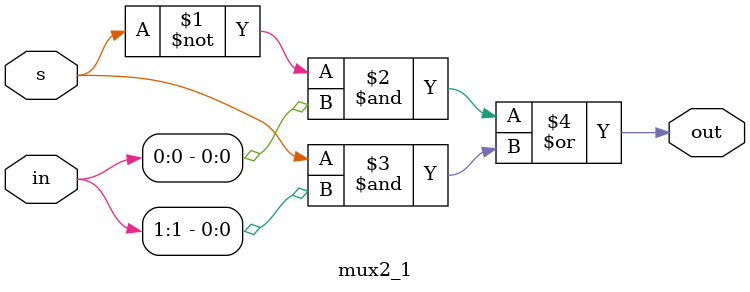
<source format=v>
`timescale 1ns / 1ps


module mux2_1 (
    input s,            
    input [1:0] in,   
    output out         
);
 
    assign out = ((~s) & in[0]) | (s & in[1]);
endmodule

</source>
